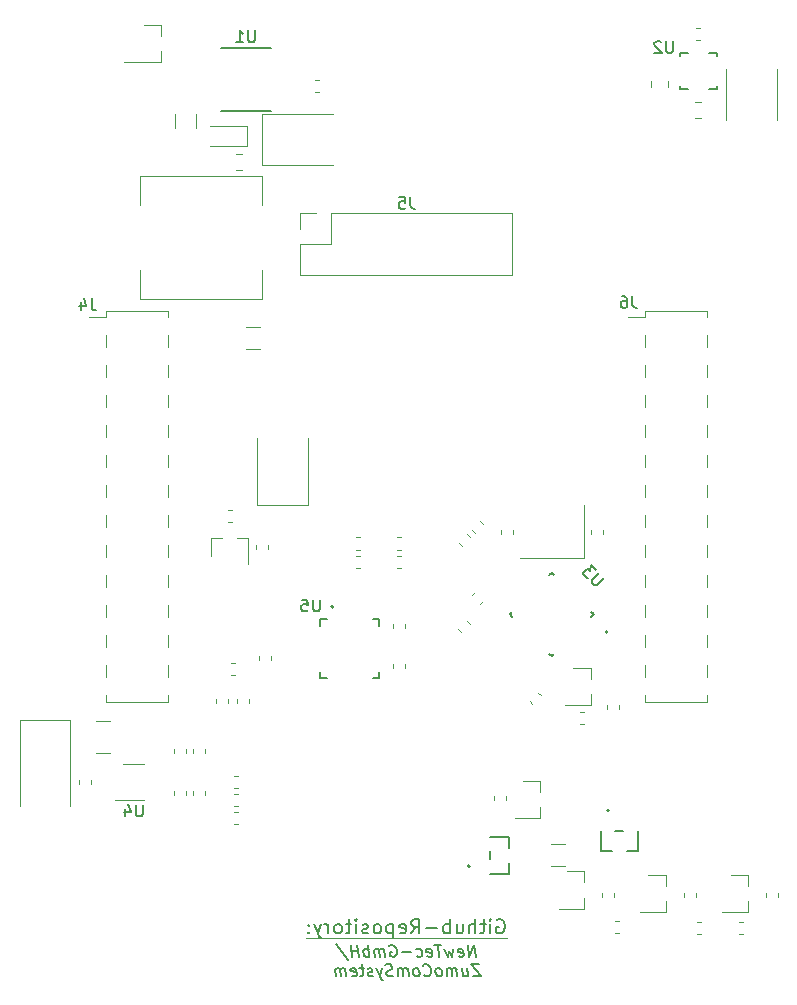
<source format=gbr>
%TF.GenerationSoftware,KiCad,Pcbnew,(5.1.6)-1*%
%TF.CreationDate,2022-08-12T14:15:25+02:00*%
%TF.ProjectId,ZumoComSystem,5a756d6f-436f-46d5-9379-7374656d2e6b,V1.1*%
%TF.SameCoordinates,Original*%
%TF.FileFunction,Legend,Bot*%
%TF.FilePolarity,Positive*%
%FSLAX46Y46*%
G04 Gerber Fmt 4.6, Leading zero omitted, Abs format (unit mm)*
G04 Created by KiCad (PCBNEW (5.1.6)-1) date 2022-08-12 14:15:25*
%MOMM*%
%LPD*%
G01*
G04 APERTURE LIST*
%ADD10C,0.120000*%
%ADD11C,0.200000*%
%ADD12C,0.150000*%
%ADD13C,0.152400*%
%ADD14C,0.127000*%
G04 APERTURE END LIST*
D10*
X138510000Y-140500000D02*
X155510000Y-140500000D01*
D11*
X154667142Y-138970000D02*
X154781428Y-138912857D01*
X154952857Y-138912857D01*
X155124285Y-138970000D01*
X155238571Y-139084285D01*
X155295714Y-139198571D01*
X155352857Y-139427142D01*
X155352857Y-139598571D01*
X155295714Y-139827142D01*
X155238571Y-139941428D01*
X155124285Y-140055714D01*
X154952857Y-140112857D01*
X154838571Y-140112857D01*
X154667142Y-140055714D01*
X154610000Y-139998571D01*
X154610000Y-139598571D01*
X154838571Y-139598571D01*
X154095714Y-140112857D02*
X154095714Y-139312857D01*
X154095714Y-138912857D02*
X154152857Y-138970000D01*
X154095714Y-139027142D01*
X154038571Y-138970000D01*
X154095714Y-138912857D01*
X154095714Y-139027142D01*
X153695714Y-139312857D02*
X153238571Y-139312857D01*
X153524285Y-138912857D02*
X153524285Y-139941428D01*
X153467142Y-140055714D01*
X153352857Y-140112857D01*
X153238571Y-140112857D01*
X152838571Y-140112857D02*
X152838571Y-138912857D01*
X152324285Y-140112857D02*
X152324285Y-139484285D01*
X152381428Y-139370000D01*
X152495714Y-139312857D01*
X152667142Y-139312857D01*
X152781428Y-139370000D01*
X152838571Y-139427142D01*
X151238571Y-139312857D02*
X151238571Y-140112857D01*
X151752857Y-139312857D02*
X151752857Y-139941428D01*
X151695714Y-140055714D01*
X151581428Y-140112857D01*
X151410000Y-140112857D01*
X151295714Y-140055714D01*
X151238571Y-139998571D01*
X150667142Y-140112857D02*
X150667142Y-138912857D01*
X150667142Y-139370000D02*
X150552857Y-139312857D01*
X150324285Y-139312857D01*
X150210000Y-139370000D01*
X150152857Y-139427142D01*
X150095714Y-139541428D01*
X150095714Y-139884285D01*
X150152857Y-139998571D01*
X150210000Y-140055714D01*
X150324285Y-140112857D01*
X150552857Y-140112857D01*
X150667142Y-140055714D01*
X149581428Y-139655714D02*
X148667142Y-139655714D01*
X147410000Y-140112857D02*
X147810000Y-139541428D01*
X148095714Y-140112857D02*
X148095714Y-138912857D01*
X147638571Y-138912857D01*
X147524285Y-138970000D01*
X147467142Y-139027142D01*
X147410000Y-139141428D01*
X147410000Y-139312857D01*
X147467142Y-139427142D01*
X147524285Y-139484285D01*
X147638571Y-139541428D01*
X148095714Y-139541428D01*
X146438571Y-140055714D02*
X146552857Y-140112857D01*
X146781428Y-140112857D01*
X146895714Y-140055714D01*
X146952857Y-139941428D01*
X146952857Y-139484285D01*
X146895714Y-139370000D01*
X146781428Y-139312857D01*
X146552857Y-139312857D01*
X146438571Y-139370000D01*
X146381428Y-139484285D01*
X146381428Y-139598571D01*
X146952857Y-139712857D01*
X145867142Y-139312857D02*
X145867142Y-140512857D01*
X145867142Y-139370000D02*
X145752857Y-139312857D01*
X145524285Y-139312857D01*
X145410000Y-139370000D01*
X145352857Y-139427142D01*
X145295714Y-139541428D01*
X145295714Y-139884285D01*
X145352857Y-139998571D01*
X145410000Y-140055714D01*
X145524285Y-140112857D01*
X145752857Y-140112857D01*
X145867142Y-140055714D01*
X144610000Y-140112857D02*
X144724285Y-140055714D01*
X144781428Y-139998571D01*
X144838571Y-139884285D01*
X144838571Y-139541428D01*
X144781428Y-139427142D01*
X144724285Y-139370000D01*
X144610000Y-139312857D01*
X144438571Y-139312857D01*
X144324285Y-139370000D01*
X144267142Y-139427142D01*
X144210000Y-139541428D01*
X144210000Y-139884285D01*
X144267142Y-139998571D01*
X144324285Y-140055714D01*
X144438571Y-140112857D01*
X144610000Y-140112857D01*
X143752857Y-140055714D02*
X143638571Y-140112857D01*
X143410000Y-140112857D01*
X143295714Y-140055714D01*
X143238571Y-139941428D01*
X143238571Y-139884285D01*
X143295714Y-139770000D01*
X143410000Y-139712857D01*
X143581428Y-139712857D01*
X143695714Y-139655714D01*
X143752857Y-139541428D01*
X143752857Y-139484285D01*
X143695714Y-139370000D01*
X143581428Y-139312857D01*
X143410000Y-139312857D01*
X143295714Y-139370000D01*
X142724285Y-140112857D02*
X142724285Y-139312857D01*
X142724285Y-138912857D02*
X142781428Y-138970000D01*
X142724285Y-139027142D01*
X142667142Y-138970000D01*
X142724285Y-138912857D01*
X142724285Y-139027142D01*
X142324285Y-139312857D02*
X141867142Y-139312857D01*
X142152857Y-138912857D02*
X142152857Y-139941428D01*
X142095714Y-140055714D01*
X141981428Y-140112857D01*
X141867142Y-140112857D01*
X141295714Y-140112857D02*
X141410000Y-140055714D01*
X141467142Y-139998571D01*
X141524285Y-139884285D01*
X141524285Y-139541428D01*
X141467142Y-139427142D01*
X141410000Y-139370000D01*
X141295714Y-139312857D01*
X141124285Y-139312857D01*
X141010000Y-139370000D01*
X140952857Y-139427142D01*
X140895714Y-139541428D01*
X140895714Y-139884285D01*
X140952857Y-139998571D01*
X141010000Y-140055714D01*
X141124285Y-140112857D01*
X141295714Y-140112857D01*
X140381428Y-140112857D02*
X140381428Y-139312857D01*
X140381428Y-139541428D02*
X140324285Y-139427142D01*
X140267142Y-139370000D01*
X140152857Y-139312857D01*
X140038571Y-139312857D01*
X139752857Y-139312857D02*
X139467142Y-140112857D01*
X139181428Y-139312857D02*
X139467142Y-140112857D01*
X139581428Y-140398571D01*
X139638571Y-140455714D01*
X139752857Y-140512857D01*
X138724285Y-139998571D02*
X138667142Y-140055714D01*
X138724285Y-140112857D01*
X138781428Y-140055714D01*
X138724285Y-139998571D01*
X138724285Y-140112857D01*
X138724285Y-139370000D02*
X138667142Y-139427142D01*
X138724285Y-139484285D01*
X138781428Y-139427142D01*
X138724285Y-139370000D01*
X138724285Y-139484285D01*
D12*
X152861889Y-142087380D02*
X152736889Y-141087380D01*
X152290461Y-142087380D01*
X152165461Y-141087380D01*
X151427366Y-142039761D02*
X151528556Y-142087380D01*
X151719032Y-142087380D01*
X151808318Y-142039761D01*
X151844032Y-141944523D01*
X151796413Y-141563571D01*
X151736889Y-141468333D01*
X151635699Y-141420714D01*
X151445223Y-141420714D01*
X151355937Y-141468333D01*
X151320223Y-141563571D01*
X151332127Y-141658809D01*
X151820223Y-141754047D01*
X150969032Y-141420714D02*
X150861889Y-142087380D01*
X150611889Y-141611190D01*
X150480937Y-142087380D01*
X150207127Y-141420714D01*
X149927366Y-141087380D02*
X149355937Y-141087380D01*
X149766651Y-142087380D02*
X149641651Y-141087380D01*
X148760699Y-142039761D02*
X148861889Y-142087380D01*
X149052366Y-142087380D01*
X149141651Y-142039761D01*
X149177366Y-141944523D01*
X149129747Y-141563571D01*
X149070223Y-141468333D01*
X148969032Y-141420714D01*
X148778556Y-141420714D01*
X148689270Y-141468333D01*
X148653556Y-141563571D01*
X148665461Y-141658809D01*
X149153556Y-141754047D01*
X147855937Y-142039761D02*
X147957127Y-142087380D01*
X148147604Y-142087380D01*
X148236889Y-142039761D01*
X148278556Y-141992142D01*
X148314270Y-141896904D01*
X148278556Y-141611190D01*
X148219032Y-141515952D01*
X148165461Y-141468333D01*
X148064270Y-141420714D01*
X147873794Y-141420714D01*
X147784508Y-141468333D01*
X147385699Y-141706428D02*
X146623794Y-141706428D01*
X145552366Y-141135000D02*
X145641651Y-141087380D01*
X145784508Y-141087380D01*
X145933318Y-141135000D01*
X146040461Y-141230238D01*
X146099985Y-141325476D01*
X146171413Y-141515952D01*
X146189270Y-141658809D01*
X146165461Y-141849285D01*
X146129747Y-141944523D01*
X146046413Y-142039761D01*
X145909508Y-142087380D01*
X145814270Y-142087380D01*
X145665461Y-142039761D01*
X145611889Y-141992142D01*
X145570223Y-141658809D01*
X145760699Y-141658809D01*
X145195223Y-142087380D02*
X145111889Y-141420714D01*
X145123794Y-141515952D02*
X145070223Y-141468333D01*
X144969032Y-141420714D01*
X144826175Y-141420714D01*
X144736889Y-141468333D01*
X144701175Y-141563571D01*
X144766651Y-142087380D01*
X144701175Y-141563571D02*
X144641651Y-141468333D01*
X144540461Y-141420714D01*
X144397604Y-141420714D01*
X144308318Y-141468333D01*
X144272604Y-141563571D01*
X144338080Y-142087380D01*
X143861889Y-142087380D02*
X143736889Y-141087380D01*
X143784508Y-141468333D02*
X143683318Y-141420714D01*
X143492842Y-141420714D01*
X143403556Y-141468333D01*
X143361889Y-141515952D01*
X143326175Y-141611190D01*
X143361889Y-141896904D01*
X143421413Y-141992142D01*
X143474985Y-142039761D01*
X143576175Y-142087380D01*
X143766651Y-142087380D01*
X143855937Y-142039761D01*
X142957127Y-142087380D02*
X142832127Y-141087380D01*
X142891651Y-141563571D02*
X142320223Y-141563571D01*
X142385699Y-142087380D02*
X142260699Y-141087380D01*
X141064270Y-141039761D02*
X142082127Y-142325476D01*
X153141651Y-142737380D02*
X152474985Y-142737380D01*
X153266651Y-143737380D01*
X152599985Y-143737380D01*
X151707127Y-143070714D02*
X151790461Y-143737380D01*
X152135699Y-143070714D02*
X152201175Y-143594523D01*
X152165461Y-143689761D01*
X152076175Y-143737380D01*
X151933318Y-143737380D01*
X151832127Y-143689761D01*
X151778556Y-143642142D01*
X151314270Y-143737380D02*
X151230937Y-143070714D01*
X151242842Y-143165952D02*
X151189270Y-143118333D01*
X151088080Y-143070714D01*
X150945223Y-143070714D01*
X150855937Y-143118333D01*
X150820223Y-143213571D01*
X150885699Y-143737380D01*
X150820223Y-143213571D02*
X150760699Y-143118333D01*
X150659508Y-143070714D01*
X150516651Y-143070714D01*
X150427366Y-143118333D01*
X150391651Y-143213571D01*
X150457127Y-143737380D01*
X149838080Y-143737380D02*
X149927366Y-143689761D01*
X149969032Y-143642142D01*
X150004747Y-143546904D01*
X149969032Y-143261190D01*
X149909508Y-143165952D01*
X149855937Y-143118333D01*
X149754747Y-143070714D01*
X149611889Y-143070714D01*
X149522604Y-143118333D01*
X149480937Y-143165952D01*
X149445223Y-143261190D01*
X149480937Y-143546904D01*
X149540461Y-143642142D01*
X149594032Y-143689761D01*
X149695223Y-143737380D01*
X149838080Y-143737380D01*
X148492842Y-143642142D02*
X148546413Y-143689761D01*
X148695223Y-143737380D01*
X148790461Y-143737380D01*
X148927366Y-143689761D01*
X149010699Y-143594523D01*
X149046413Y-143499285D01*
X149070223Y-143308809D01*
X149052366Y-143165952D01*
X148980937Y-142975476D01*
X148921413Y-142880238D01*
X148814270Y-142785000D01*
X148665461Y-142737380D01*
X148570223Y-142737380D01*
X148433318Y-142785000D01*
X148391651Y-142832619D01*
X147933318Y-143737380D02*
X148022604Y-143689761D01*
X148064270Y-143642142D01*
X148099985Y-143546904D01*
X148064270Y-143261190D01*
X148004747Y-143165952D01*
X147951175Y-143118333D01*
X147849985Y-143070714D01*
X147707127Y-143070714D01*
X147617842Y-143118333D01*
X147576175Y-143165952D01*
X147540461Y-143261190D01*
X147576175Y-143546904D01*
X147635699Y-143642142D01*
X147689270Y-143689761D01*
X147790461Y-143737380D01*
X147933318Y-143737380D01*
X147171413Y-143737380D02*
X147088080Y-143070714D01*
X147099985Y-143165952D02*
X147046413Y-143118333D01*
X146945223Y-143070714D01*
X146802366Y-143070714D01*
X146713080Y-143118333D01*
X146677366Y-143213571D01*
X146742842Y-143737380D01*
X146677366Y-143213571D02*
X146617842Y-143118333D01*
X146516651Y-143070714D01*
X146373794Y-143070714D01*
X146284508Y-143118333D01*
X146248794Y-143213571D01*
X146314270Y-143737380D01*
X145879747Y-143689761D02*
X145742842Y-143737380D01*
X145504747Y-143737380D01*
X145403556Y-143689761D01*
X145349985Y-143642142D01*
X145290461Y-143546904D01*
X145278556Y-143451666D01*
X145314270Y-143356428D01*
X145355937Y-143308809D01*
X145445223Y-143261190D01*
X145629747Y-143213571D01*
X145719032Y-143165952D01*
X145760699Y-143118333D01*
X145796413Y-143023095D01*
X145784508Y-142927857D01*
X145724985Y-142832619D01*
X145671413Y-142785000D01*
X145570223Y-142737380D01*
X145332127Y-142737380D01*
X145195223Y-142785000D01*
X144897604Y-143070714D02*
X144742842Y-143737380D01*
X144421413Y-143070714D02*
X144742842Y-143737380D01*
X144867842Y-143975476D01*
X144921413Y-144023095D01*
X145022604Y-144070714D01*
X144165461Y-143689761D02*
X144076175Y-143737380D01*
X143885699Y-143737380D01*
X143784508Y-143689761D01*
X143724985Y-143594523D01*
X143719032Y-143546904D01*
X143754747Y-143451666D01*
X143844032Y-143404047D01*
X143986889Y-143404047D01*
X144076175Y-143356428D01*
X144111889Y-143261190D01*
X144105937Y-143213571D01*
X144046413Y-143118333D01*
X143945223Y-143070714D01*
X143802366Y-143070714D01*
X143713080Y-143118333D01*
X143373794Y-143070714D02*
X142992842Y-143070714D01*
X143189270Y-142737380D02*
X143296413Y-143594523D01*
X143260699Y-143689761D01*
X143171413Y-143737380D01*
X143076175Y-143737380D01*
X142355937Y-143689761D02*
X142457127Y-143737380D01*
X142647604Y-143737380D01*
X142736889Y-143689761D01*
X142772604Y-143594523D01*
X142724985Y-143213571D01*
X142665461Y-143118333D01*
X142564270Y-143070714D01*
X142373794Y-143070714D01*
X142284508Y-143118333D01*
X142248794Y-143213571D01*
X142260699Y-143308809D01*
X142748794Y-143404047D01*
X141885699Y-143737380D02*
X141802366Y-143070714D01*
X141814270Y-143165952D02*
X141760699Y-143118333D01*
X141659508Y-143070714D01*
X141516651Y-143070714D01*
X141427366Y-143118333D01*
X141391651Y-143213571D01*
X141457127Y-143737380D01*
X141391651Y-143213571D02*
X141332127Y-143118333D01*
X141230937Y-143070714D01*
X141088080Y-143070714D01*
X140998794Y-143118333D01*
X140963080Y-143213571D01*
X141028556Y-143737380D01*
D13*
%TO.C,U1*%
X131266400Y-65158400D02*
X135533600Y-65158400D01*
X135533600Y-70441600D02*
X131266400Y-70441600D01*
D10*
%TO.C,L3*%
X134780000Y-78425000D02*
X134780000Y-76020000D01*
X134780000Y-76020000D02*
X124420000Y-76020000D01*
X124420000Y-76020000D02*
X124420000Y-78425000D01*
X134780000Y-83975000D02*
X134780000Y-86380000D01*
X134780000Y-86380000D02*
X124420000Y-86380000D01*
X124420000Y-86380000D02*
X124420000Y-83975000D01*
%TO.C,R5*%
X152099520Y-113648271D02*
X152341729Y-113890480D01*
X151378271Y-114369520D02*
X151620480Y-114611729D01*
%TO.C,R3*%
X152139520Y-106318271D02*
X152381729Y-106560480D01*
X151418271Y-107039520D02*
X151660480Y-107281729D01*
%TO.C,R2*%
X152760480Y-106181729D02*
X152518271Y-105939520D01*
X153481729Y-105460480D02*
X153239520Y-105218271D01*
%TO.C,D7*%
X138650000Y-103850000D02*
X138650000Y-98150000D01*
X134350000Y-103850000D02*
X134350000Y-98150000D01*
X138650000Y-103850000D02*
X134350000Y-103850000D01*
%TO.C,C3*%
X139228733Y-68910000D02*
X139571267Y-68910000D01*
X139228733Y-67890000D02*
X139571267Y-67890000D01*
%TO.C,D2*%
X133500000Y-71750000D02*
X130350000Y-71750000D01*
X133500000Y-73450000D02*
X130350000Y-73450000D01*
X133500000Y-71750000D02*
X133500000Y-73450000D01*
%TO.C,Q1*%
X126210000Y-63190000D02*
X124750000Y-63190000D01*
X126210000Y-66350000D02*
X123050000Y-66350000D01*
X126210000Y-66350000D02*
X126210000Y-65420000D01*
X126210000Y-63190000D02*
X126210000Y-64120000D01*
%TO.C,L2*%
X174046000Y-66946000D02*
X174046000Y-71254000D01*
X178354000Y-71254000D02*
X178354000Y-66946000D01*
%TO.C,U2*%
X169633246Y-68180000D02*
G75*
G03*
X169633246Y-68180000I-63246J0D01*
G01*
D13*
X170811000Y-68649400D02*
X170150600Y-68649400D01*
X170150600Y-68649400D02*
X170150600Y-68344600D01*
X173249400Y-68649400D02*
X172589000Y-68649400D01*
X173249400Y-65550600D02*
X173249400Y-65855400D01*
X170150600Y-65550600D02*
X170811000Y-65550600D01*
X170150600Y-65855400D02*
X170150600Y-65550600D01*
X173249400Y-68344600D02*
X173249400Y-68649400D01*
X172589000Y-65550600D02*
X173249400Y-65550600D01*
D10*
%TO.C,R1*%
X171871267Y-63490000D02*
X171528733Y-63490000D01*
X171871267Y-64510000D02*
X171528733Y-64510000D01*
%TO.C,C6*%
X171961252Y-71110000D02*
X171438748Y-71110000D01*
X171961252Y-69690000D02*
X171438748Y-69690000D01*
D11*
%TO.C,U5*%
X140800000Y-112460000D02*
G75*
G03*
X140800000Y-112460000I-100000J0D01*
G01*
D14*
X144700000Y-118500000D02*
X144700000Y-117950000D01*
X139700000Y-118500000D02*
X139700000Y-117950000D01*
X144700000Y-113500000D02*
X144700000Y-114050000D01*
X139700000Y-113500000D02*
X139700000Y-114050000D01*
X144700000Y-118500000D02*
X144150000Y-118500000D01*
X139700000Y-118500000D02*
X140250000Y-118500000D01*
X144700000Y-113500000D02*
X144150000Y-113500000D01*
X139700000Y-113500000D02*
X140250000Y-113500000D01*
D11*
%TO.C,U3*%
X164035085Y-114567247D02*
G75*
G03*
X164035085Y-114567247I-100000J0D01*
G01*
D14*
X155764466Y-113100000D02*
X155973063Y-113308597D01*
X159300000Y-109564466D02*
X159508597Y-109773063D01*
X159300000Y-116635534D02*
X159091403Y-116426937D01*
X162835534Y-113100000D02*
X162626937Y-112891403D01*
X155764466Y-113100000D02*
X155973063Y-112891403D01*
X159300000Y-109564466D02*
X159091403Y-109773063D01*
X159300000Y-116635534D02*
X159508597Y-116426937D01*
X162835534Y-113100000D02*
X162626937Y-113308597D01*
D10*
%TO.C,J5*%
X155905000Y-79155000D02*
X155905000Y-84355000D01*
X140605000Y-79155000D02*
X155905000Y-79155000D01*
X138005000Y-84355000D02*
X155905000Y-84355000D01*
X140605000Y-79155000D02*
X140605000Y-81755000D01*
X140605000Y-81755000D02*
X138005000Y-81755000D01*
X138005000Y-81755000D02*
X138005000Y-84355000D01*
X139335000Y-79155000D02*
X138005000Y-79155000D01*
X138005000Y-79155000D02*
X138005000Y-80485000D01*
%TO.C,C1*%
X127390000Y-70697936D02*
X127390000Y-71902064D01*
X129210000Y-70697936D02*
X129210000Y-71902064D01*
%TO.C,C2*%
X169110000Y-67938748D02*
X169110000Y-68461252D01*
X167690000Y-67938748D02*
X167690000Y-68461252D01*
%TO.C,C4*%
X132538748Y-75510000D02*
X133061252Y-75510000D01*
X132538748Y-74090000D02*
X133061252Y-74090000D01*
%TO.C,C5*%
X133397936Y-90610000D02*
X134602064Y-90610000D01*
X133397936Y-88790000D02*
X134602064Y-88790000D01*
%TO.C,C9*%
X128310000Y-124871267D02*
X128310000Y-124528733D01*
X127290000Y-124871267D02*
X127290000Y-124528733D01*
%TO.C,C10*%
X127290000Y-128028733D02*
X127290000Y-128371267D01*
X128310000Y-128028733D02*
X128310000Y-128371267D01*
%TO.C,D1*%
X140800000Y-75035000D02*
X134740000Y-75035000D01*
X134740000Y-75035000D02*
X134740000Y-70765000D01*
X134740000Y-70765000D02*
X140800000Y-70765000D01*
%TO.C,D3*%
X114250000Y-122000000D02*
X118550000Y-122000000D01*
X118550000Y-122000000D02*
X118550000Y-129300000D01*
X114250000Y-122000000D02*
X114250000Y-129300000D01*
%TO.C,F1*%
X120697936Y-124860000D02*
X121902064Y-124860000D01*
X120697936Y-122140000D02*
X121902064Y-122140000D01*
%TO.C,Q6*%
X162060000Y-134860000D02*
X162060000Y-135790000D01*
X162060000Y-138020000D02*
X162060000Y-137090000D01*
X162060000Y-138020000D02*
X159900000Y-138020000D01*
X162060000Y-134860000D02*
X160600000Y-134860000D01*
%TO.C,Q8*%
X175910000Y-135170000D02*
X175910000Y-136100000D01*
X175910000Y-138330000D02*
X175910000Y-137400000D01*
X175910000Y-138330000D02*
X173750000Y-138330000D01*
X175910000Y-135170000D02*
X174450000Y-135170000D01*
%TO.C,Q7*%
X168935000Y-135170000D02*
X168935000Y-136100000D01*
X168935000Y-138330000D02*
X168935000Y-137400000D01*
X168935000Y-138330000D02*
X166775000Y-138330000D01*
X168935000Y-135170000D02*
X167475000Y-135170000D01*
%TO.C,Q9*%
X130420000Y-106665000D02*
X131350000Y-106665000D01*
X133580000Y-106665000D02*
X132650000Y-106665000D01*
X133580000Y-106665000D02*
X133580000Y-108825000D01*
X130420000Y-106665000D02*
X130420000Y-108125000D01*
%TO.C,Q10*%
X162585000Y-117645000D02*
X162585000Y-118575000D01*
X162585000Y-120805000D02*
X162585000Y-119875000D01*
X162585000Y-120805000D02*
X160425000Y-120805000D01*
X162585000Y-117645000D02*
X161125000Y-117645000D01*
%TO.C,R7*%
X129910000Y-124871267D02*
X129910000Y-124528733D01*
X128890000Y-124871267D02*
X128890000Y-124528733D01*
%TO.C,R8*%
X129910000Y-128371267D02*
X129910000Y-128028733D01*
X128890000Y-128371267D02*
X128890000Y-128028733D01*
%TO.C,R10*%
X119290000Y-127128733D02*
X119290000Y-127471267D01*
X120310000Y-127128733D02*
X120310000Y-127471267D01*
%TO.C,R16*%
X132103733Y-118210000D02*
X132446267Y-118210000D01*
X132103733Y-117190000D02*
X132446267Y-117190000D01*
%TO.C,R18*%
X131910000Y-120621267D02*
X131910000Y-120278733D01*
X130890000Y-120621267D02*
X130890000Y-120278733D01*
%TO.C,R19*%
X132665000Y-120278733D02*
X132665000Y-120621267D01*
X133685000Y-120278733D02*
X133685000Y-120621267D01*
%TO.C,R20*%
X165021267Y-139065000D02*
X164678733Y-139065000D01*
X165021267Y-140085000D02*
X164678733Y-140085000D01*
%TO.C,R21*%
X164560000Y-137046267D02*
X164560000Y-136703733D01*
X163540000Y-137046267D02*
X163540000Y-136703733D01*
%TO.C,R25*%
X178435000Y-137046267D02*
X178435000Y-136703733D01*
X177415000Y-137046267D02*
X177415000Y-136703733D01*
%TO.C,R23*%
X171485000Y-137046267D02*
X171485000Y-136703733D01*
X170465000Y-137046267D02*
X170465000Y-136703733D01*
%TO.C,R27*%
X132428733Y-127810000D02*
X132771267Y-127810000D01*
X132428733Y-126790000D02*
X132771267Y-126790000D01*
%TO.C,R28*%
X132428733Y-130885000D02*
X132771267Y-130885000D01*
X132428733Y-129865000D02*
X132771267Y-129865000D01*
%TO.C,R29*%
X132428733Y-129347500D02*
X132771267Y-129347500D01*
X132428733Y-128327500D02*
X132771267Y-128327500D01*
%TO.C,R30*%
X171921267Y-139115000D02*
X171578733Y-139115000D01*
X171921267Y-140135000D02*
X171578733Y-140135000D01*
%TO.C,R31*%
X134240000Y-107253733D02*
X134240000Y-107596267D01*
X135260000Y-107253733D02*
X135260000Y-107596267D01*
%TO.C,R32*%
X132196267Y-104290000D02*
X131853733Y-104290000D01*
X132196267Y-105310000D02*
X131853733Y-105310000D01*
%TO.C,R33*%
X175178733Y-140135000D02*
X175521267Y-140135000D01*
X175178733Y-139115000D02*
X175521267Y-139115000D01*
%TO.C,R34*%
X161996267Y-121365000D02*
X161653733Y-121365000D01*
X161996267Y-122385000D02*
X161653733Y-122385000D01*
%TO.C,R35*%
X164960000Y-121121267D02*
X164960000Y-120778733D01*
X163940000Y-121121267D02*
X163940000Y-120778733D01*
%TO.C,U4*%
X123020000Y-125740000D02*
X124780000Y-125740000D01*
X124780000Y-128810000D02*
X122350000Y-128810000D01*
%TO.C,C11*%
X146228733Y-107610000D02*
X146571267Y-107610000D01*
X146228733Y-106590000D02*
X146571267Y-106590000D01*
%TO.C,C12*%
X146228733Y-109210000D02*
X146571267Y-109210000D01*
X146228733Y-108190000D02*
X146571267Y-108190000D01*
%TO.C,C13*%
X142703733Y-109210000D02*
X143046267Y-109210000D01*
X142703733Y-108190000D02*
X143046267Y-108190000D01*
%TO.C,C14*%
X142703733Y-107610000D02*
X143046267Y-107610000D01*
X142703733Y-106590000D02*
X143046267Y-106590000D01*
%TO.C,R13*%
X146910000Y-114271267D02*
X146910000Y-113928733D01*
X145890000Y-114271267D02*
X145890000Y-113928733D01*
%TO.C,R14*%
X145890000Y-117328733D02*
X145890000Y-117671267D01*
X146910000Y-117328733D02*
X146910000Y-117671267D01*
%TO.C,Y1*%
X162000000Y-108350000D02*
X156600000Y-108350000D01*
X162000000Y-103850000D02*
X162000000Y-108350000D01*
%TO.C,J4*%
X121575000Y-114870000D02*
X121575000Y-115890000D01*
X126775000Y-87380000D02*
X126775000Y-87950000D01*
X121575000Y-109790000D02*
X121575000Y-110810000D01*
X121575000Y-107250000D02*
X121575000Y-108270000D01*
X126775000Y-92010000D02*
X126775000Y-93030000D01*
X121575000Y-87380000D02*
X121575000Y-87950000D01*
X126775000Y-89470000D02*
X126775000Y-90490000D01*
X121575000Y-104710000D02*
X121575000Y-105730000D01*
X126775000Y-119950000D02*
X126775000Y-120520000D01*
X126775000Y-112330000D02*
X126775000Y-113350000D01*
X126775000Y-87380000D02*
X121575000Y-87380000D01*
X121575000Y-112330000D02*
X121575000Y-113350000D01*
X121575000Y-89470000D02*
X121575000Y-90490000D01*
X121575000Y-97090000D02*
X121575000Y-98110000D01*
X121575000Y-94550000D02*
X121575000Y-95570000D01*
X121575000Y-119950000D02*
X121575000Y-120520000D01*
X121575000Y-117410000D02*
X121575000Y-118430000D01*
X126775000Y-102170000D02*
X126775000Y-103190000D01*
X126775000Y-114870000D02*
X126775000Y-115890000D01*
X126775000Y-117410000D02*
X126775000Y-118430000D01*
X126775000Y-107250000D02*
X126775000Y-108270000D01*
X126775000Y-99630000D02*
X126775000Y-100650000D01*
X121575000Y-92010000D02*
X121575000Y-93030000D01*
X126775000Y-97090000D02*
X126775000Y-98110000D01*
X126775000Y-109790000D02*
X126775000Y-110810000D01*
X121575000Y-102170000D02*
X121575000Y-103190000D01*
X121575000Y-99630000D02*
X121575000Y-100650000D01*
X126775000Y-94550000D02*
X126775000Y-95570000D01*
X121575000Y-87950000D02*
X120135000Y-87950000D01*
X126775000Y-120520000D02*
X121575000Y-120520000D01*
X126775000Y-104710000D02*
X126775000Y-105730000D01*
%TO.C,J6*%
X167225000Y-114880000D02*
X167225000Y-115900000D01*
X172425000Y-87390000D02*
X172425000Y-87960000D01*
X167225000Y-109800000D02*
X167225000Y-110820000D01*
X167225000Y-107260000D02*
X167225000Y-108280000D01*
X172425000Y-92020000D02*
X172425000Y-93040000D01*
X167225000Y-87390000D02*
X167225000Y-87960000D01*
X172425000Y-89480000D02*
X172425000Y-90500000D01*
X167225000Y-104720000D02*
X167225000Y-105740000D01*
X172425000Y-119960000D02*
X172425000Y-120530000D01*
X172425000Y-112340000D02*
X172425000Y-113360000D01*
X172425000Y-87390000D02*
X167225000Y-87390000D01*
X167225000Y-112340000D02*
X167225000Y-113360000D01*
X167225000Y-89480000D02*
X167225000Y-90500000D01*
X167225000Y-97100000D02*
X167225000Y-98120000D01*
X167225000Y-94560000D02*
X167225000Y-95580000D01*
X167225000Y-119960000D02*
X167225000Y-120530000D01*
X167225000Y-117420000D02*
X167225000Y-118440000D01*
X172425000Y-102180000D02*
X172425000Y-103200000D01*
X172425000Y-114880000D02*
X172425000Y-115900000D01*
X172425000Y-117420000D02*
X172425000Y-118440000D01*
X172425000Y-107260000D02*
X172425000Y-108280000D01*
X172425000Y-99640000D02*
X172425000Y-100660000D01*
X167225000Y-92020000D02*
X167225000Y-93040000D01*
X172425000Y-97100000D02*
X172425000Y-98120000D01*
X172425000Y-109800000D02*
X172425000Y-110820000D01*
X167225000Y-102180000D02*
X167225000Y-103200000D01*
X167225000Y-99640000D02*
X167225000Y-100660000D01*
X172425000Y-94560000D02*
X172425000Y-95580000D01*
X167225000Y-87960000D02*
X165785000Y-87960000D01*
X172425000Y-120530000D02*
X167225000Y-120530000D01*
X172425000Y-104720000D02*
X172425000Y-105740000D01*
%TO.C,C7*%
X162590000Y-106271267D02*
X162590000Y-105928733D01*
X163610000Y-106271267D02*
X163610000Y-105928733D01*
%TO.C,R9*%
X159232936Y-134400000D02*
X160437064Y-134400000D01*
X159232936Y-132580000D02*
X160437064Y-132580000D01*
D14*
%TO.C,Q3*%
X155690000Y-135060000D02*
X154035000Y-135060000D01*
X154035000Y-131920000D02*
X155685000Y-131920000D01*
X155690000Y-135060000D02*
X155690000Y-134110000D01*
X155690000Y-132870000D02*
X155690000Y-131953500D01*
X154035000Y-133826500D02*
X154035000Y-133153500D01*
D11*
X152360000Y-134440000D02*
G75*
G03*
X152360000Y-134440000I-100000J0D01*
G01*
D14*
%TO.C,Q2*%
X163455000Y-133130000D02*
X163455000Y-131475000D01*
X166595000Y-131475000D02*
X166595000Y-133125000D01*
X163455000Y-133130000D02*
X164405000Y-133130000D01*
X165645000Y-133130000D02*
X166561500Y-133130000D01*
X164688500Y-131475000D02*
X165361500Y-131475000D01*
D11*
X164175000Y-129700000D02*
G75*
G03*
X164175000Y-129700000I-100000J0D01*
G01*
D10*
%TO.C,C15*%
X135510000Y-116971267D02*
X135510000Y-116628733D01*
X134490000Y-116971267D02*
X134490000Y-116628733D01*
%TO.C,R11*%
X155460000Y-128821267D02*
X155460000Y-128478733D01*
X154440000Y-128821267D02*
X154440000Y-128478733D01*
%TO.C,Q4*%
X158340000Y-127190000D02*
X158340000Y-128120000D01*
X158340000Y-130350000D02*
X158340000Y-129420000D01*
X158340000Y-130350000D02*
X156180000Y-130350000D01*
X158340000Y-127190000D02*
X156880000Y-127190000D01*
%TO.C,C8*%
X156010000Y-105928733D02*
X156010000Y-106271267D01*
X154990000Y-105928733D02*
X154990000Y-106271267D01*
%TO.C,R6*%
X152518271Y-111460480D02*
X152760480Y-111218271D01*
X153239520Y-112181729D02*
X153481729Y-111939520D01*
%TO.C,R4*%
X158139520Y-119718271D02*
X158381729Y-119960480D01*
X157418271Y-120439520D02*
X157660480Y-120681729D01*
%TO.C,U1*%
D12*
X134161904Y-63652380D02*
X134161904Y-64461904D01*
X134114285Y-64557142D01*
X134066666Y-64604761D01*
X133971428Y-64652380D01*
X133780952Y-64652380D01*
X133685714Y-64604761D01*
X133638095Y-64557142D01*
X133590476Y-64461904D01*
X133590476Y-63652380D01*
X132590476Y-64652380D02*
X133161904Y-64652380D01*
X132876190Y-64652380D02*
X132876190Y-63652380D01*
X132971428Y-63795238D01*
X133066666Y-63890476D01*
X133161904Y-63938095D01*
%TO.C,U2*%
X169561904Y-64552380D02*
X169561904Y-65361904D01*
X169514285Y-65457142D01*
X169466666Y-65504761D01*
X169371428Y-65552380D01*
X169180952Y-65552380D01*
X169085714Y-65504761D01*
X169038095Y-65457142D01*
X168990476Y-65361904D01*
X168990476Y-64552380D01*
X168561904Y-64647619D02*
X168514285Y-64600000D01*
X168419047Y-64552380D01*
X168180952Y-64552380D01*
X168085714Y-64600000D01*
X168038095Y-64647619D01*
X167990476Y-64742857D01*
X167990476Y-64838095D01*
X168038095Y-64980952D01*
X168609523Y-65552380D01*
X167990476Y-65552380D01*
%TO.C,U5*%
X139661904Y-111852380D02*
X139661904Y-112661904D01*
X139614285Y-112757142D01*
X139566666Y-112804761D01*
X139471428Y-112852380D01*
X139280952Y-112852380D01*
X139185714Y-112804761D01*
X139138095Y-112757142D01*
X139090476Y-112661904D01*
X139090476Y-111852380D01*
X138138095Y-111852380D02*
X138614285Y-111852380D01*
X138661904Y-112328571D01*
X138614285Y-112280952D01*
X138519047Y-112233333D01*
X138280952Y-112233333D01*
X138185714Y-112280952D01*
X138138095Y-112328571D01*
X138090476Y-112423809D01*
X138090476Y-112661904D01*
X138138095Y-112757142D01*
X138185714Y-112804761D01*
X138280952Y-112852380D01*
X138519047Y-112852380D01*
X138614285Y-112804761D01*
X138661904Y-112757142D01*
%TO.C,U3*%
X163694332Y-110016508D02*
X163121912Y-110588928D01*
X163020897Y-110622600D01*
X162953553Y-110622600D01*
X162852538Y-110588928D01*
X162717851Y-110454241D01*
X162684179Y-110353226D01*
X162684179Y-110285882D01*
X162717851Y-110184867D01*
X163290271Y-109612447D01*
X163020897Y-109343073D02*
X162583164Y-108905341D01*
X162549492Y-109410417D01*
X162448477Y-109309402D01*
X162347462Y-109275730D01*
X162280118Y-109275730D01*
X162179103Y-109309402D01*
X162010744Y-109477760D01*
X161977072Y-109578776D01*
X161977072Y-109646119D01*
X162010744Y-109747134D01*
X162212775Y-109949165D01*
X162313790Y-109982837D01*
X162381133Y-109982837D01*
%TO.C,J5*%
X147333333Y-77752380D02*
X147333333Y-78466666D01*
X147380952Y-78609523D01*
X147476190Y-78704761D01*
X147619047Y-78752380D01*
X147714285Y-78752380D01*
X146380952Y-77752380D02*
X146857142Y-77752380D01*
X146904761Y-78228571D01*
X146857142Y-78180952D01*
X146761904Y-78133333D01*
X146523809Y-78133333D01*
X146428571Y-78180952D01*
X146380952Y-78228571D01*
X146333333Y-78323809D01*
X146333333Y-78561904D01*
X146380952Y-78657142D01*
X146428571Y-78704761D01*
X146523809Y-78752380D01*
X146761904Y-78752380D01*
X146857142Y-78704761D01*
X146904761Y-78657142D01*
%TO.C,U4*%
X124661904Y-129202380D02*
X124661904Y-130011904D01*
X124614285Y-130107142D01*
X124566666Y-130154761D01*
X124471428Y-130202380D01*
X124280952Y-130202380D01*
X124185714Y-130154761D01*
X124138095Y-130107142D01*
X124090476Y-130011904D01*
X124090476Y-129202380D01*
X123185714Y-129535714D02*
X123185714Y-130202380D01*
X123423809Y-129154761D02*
X123661904Y-129869047D01*
X123042857Y-129869047D01*
%TO.C,J4*%
X120333333Y-86352380D02*
X120333333Y-87066666D01*
X120380952Y-87209523D01*
X120476190Y-87304761D01*
X120619047Y-87352380D01*
X120714285Y-87352380D01*
X119428571Y-86685714D02*
X119428571Y-87352380D01*
X119666666Y-86304761D02*
X119904761Y-87019047D01*
X119285714Y-87019047D01*
%TO.C,J6*%
X166133333Y-86152380D02*
X166133333Y-86866666D01*
X166180952Y-87009523D01*
X166276190Y-87104761D01*
X166419047Y-87152380D01*
X166514285Y-87152380D01*
X165228571Y-86152380D02*
X165419047Y-86152380D01*
X165514285Y-86200000D01*
X165561904Y-86247619D01*
X165657142Y-86390476D01*
X165704761Y-86580952D01*
X165704761Y-86961904D01*
X165657142Y-87057142D01*
X165609523Y-87104761D01*
X165514285Y-87152380D01*
X165323809Y-87152380D01*
X165228571Y-87104761D01*
X165180952Y-87057142D01*
X165133333Y-86961904D01*
X165133333Y-86723809D01*
X165180952Y-86628571D01*
X165228571Y-86580952D01*
X165323809Y-86533333D01*
X165514285Y-86533333D01*
X165609523Y-86580952D01*
X165657142Y-86628571D01*
X165704761Y-86723809D01*
%TD*%
M02*

</source>
